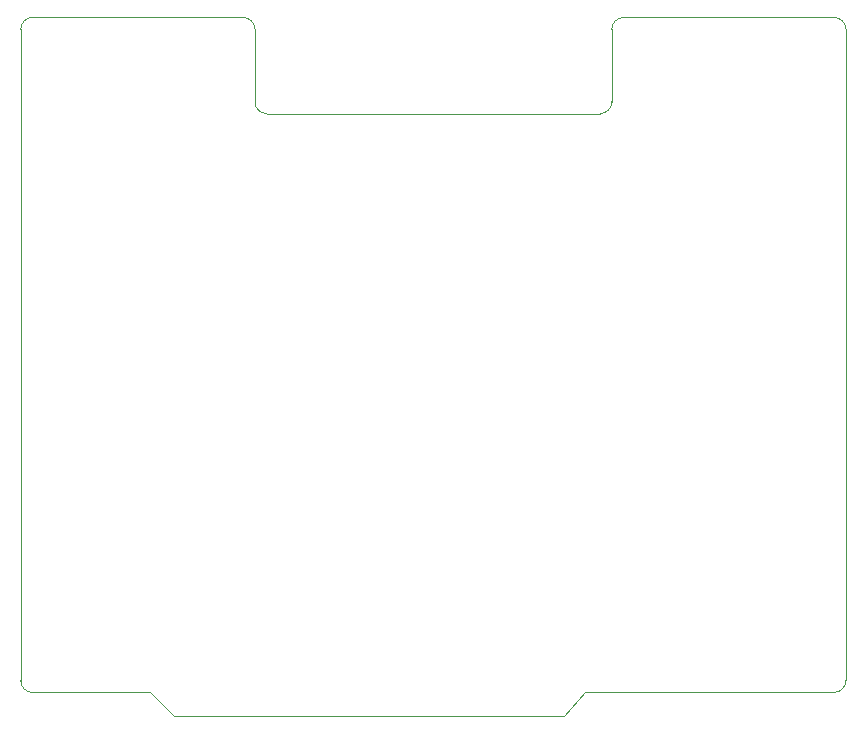
<source format=gm1>
%TF.GenerationSoftware,KiCad,Pcbnew,(6.0.1)*%
%TF.CreationDate,2022-04-28T18:35:21+02:00*%
%TF.ProjectId,STM32_NRF24_Tx,53544d33-325f-44e5-9246-32345f54782e,rev?*%
%TF.SameCoordinates,Original*%
%TF.FileFunction,Profile,NP*%
%FSLAX46Y46*%
G04 Gerber Fmt 4.6, Leading zero omitted, Abs format (unit mm)*
G04 Created by KiCad (PCBNEW (6.0.1)) date 2022-04-28 18:35:21*
%MOMM*%
%LPD*%
G01*
G04 APERTURE LIST*
%TA.AperFunction,Profile*%
%ADD10C,0.010000*%
%TD*%
G04 APERTURE END LIST*
D10*
X106414999Y-50535952D02*
G75*
G03*
X105410000Y-51551000I-261J-1004790D01*
G01*
X156448999Y-50545952D02*
G75*
G03*
X155444000Y-51561000I-261J-1004790D01*
G01*
X155448000Y-57671000D02*
X155444000Y-51561000D01*
X156448999Y-50545951D02*
X174244000Y-50541000D01*
X154443001Y-58686048D02*
G75*
G03*
X155448000Y-57671000I261J1004790D01*
G01*
X125229048Y-51551000D02*
G75*
G03*
X124214000Y-50546001I-1004790J261D01*
G01*
X118364000Y-109728000D02*
X116332000Y-107696000D01*
X153162000Y-107696000D02*
X151384000Y-109728000D01*
X175259048Y-51545999D02*
G75*
G03*
X174244000Y-50541000I-1004790J261D01*
G01*
X126239049Y-58685999D02*
X154443001Y-58686049D01*
X175259049Y-51545999D02*
X175264000Y-106681000D01*
X116332000Y-107696000D02*
X106414000Y-107696000D01*
X174259001Y-107696048D02*
G75*
G03*
X175264000Y-106681000I261J1004790D01*
G01*
X125229049Y-51551000D02*
X125224000Y-57681000D01*
X151384000Y-109728000D02*
X118364000Y-109728000D01*
X174259001Y-107696049D02*
X153162000Y-107696000D01*
X105398952Y-106691001D02*
G75*
G03*
X106414000Y-107696000I1004790J-261D01*
G01*
X105398951Y-106691001D02*
X105410000Y-51551000D01*
X106414999Y-50535951D02*
X124214000Y-50546000D01*
X125224001Y-57681000D02*
G75*
G03*
X126239049Y-58685999I1004790J-261D01*
G01*
M02*

</source>
